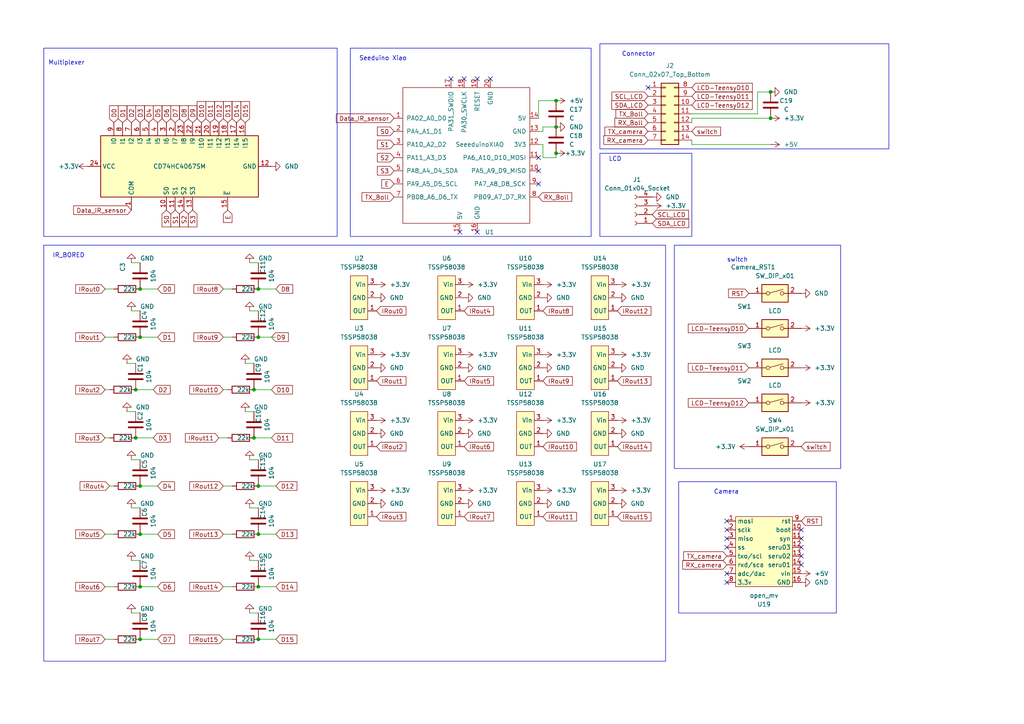
<source format=kicad_sch>
(kicad_sch (version 20230121) (generator eeschema)
  (paper "A4")
  (lib_symbols
    (symbol "74xx:CD74HC4067SM"
      (property "Reference" "U" (at -8.89 22.86 0))
      (property "Value" "CD74HC4067SM" (at 1.27 22.86 0))
      (symbol "CD74HC4067SM_1_1"
        (pin passive line (at -12.7 12.7 0) (length 3.81) (name "COM") (number "1"))
        (pin input line (at -12.7 2.54 0) (length 3.81) (name "S0") (number "10"))
        (pin input line (at -12.7 0 0) (length 3.81) (name "S1") (number "11"))
        (pin power_in line (at 0 -27.94 90) (length 3.81) (name "GND") (number "12"))
        (pin input line (at -12.7 -5.08 0) (length 3.81) (name "S3") (number "13"))
        (pin input line (at -12.7 -2.54 0) (length 3.81) (name "S2") (number "14"))
        (pin input line (at -12.7 -15.24 0) (length 3.81) (name "~{E}") (number "15"))
        (pin passive line (at 12.7 -20.32 180) (length 3.81) (name "I15") (number "16"))
        (pin passive line (at 12.7 -17.78 180) (length 3.81) (name "I14") (number "17"))
        (pin passive line (at 12.7 -15.24 180) (length 3.81) (name "I13") (number "18"))
        (pin passive line (at 12.7 -12.7 180) (length 3.81) (name "I12") (number "19"))
        (pin passive line (at 12.7 0 180) (length 3.81) (name "I7") (number "2"))
        (pin passive line (at 12.7 -10.16 180) (length 3.81) (name "I11") (number "20"))
        (pin passive line (at 12.7 -7.62 180) (length 3.81) (name "I10") (number "21"))
        (pin passive line (at 12.7 -5.08 180) (length 3.81) (name "I9") (number "22"))
        (pin passive line (at 12.7 -2.54 180) (length 3.81) (name "I8") (number "23"))
        (pin power_in line (at 0 25.4 270) (length 3.81) (name "VCC") (number "24"))
        (pin passive line (at 12.7 2.54 180) (length 3.81) (name "I6") (number "3"))
        (pin passive line (at 12.7 5.08 180) (length 3.81) (name "I5") (number "4"))
        (pin passive line (at 12.7 7.62 180) (length 3.81) (name "I4") (number "5"))
        (pin passive line (at 12.7 10.16 180) (length 3.81) (name "I3") (number "6"))
        (pin passive line (at 12.7 12.7 180) (length 3.81) (name "I2") (number "7"))
        (pin passive line (at 12.7 15.24 180) (length 3.81) (name "I1") (number "8"))
        (pin passive line (at 12.7 17.78 180) (length 3.81) (name "I0") (number "9"))
      )
    )
    (symbol "Connector:Conn_01x04_Socket" (pin_names (offset 1.016) hide)
      (property "Reference" "J" (at 0 5.08 0))
      (property "Value" "Conn_01x04_Socket" (at 0 -7.62 0))
      (symbol "Conn_01x04_Socket_1_1"
        (pin passive line (at -5.08 2.54 0) (length 3.81) (name "Pin_1") (number "1"))
        (pin passive line (at -5.08 0 0) (length 3.81) (name "Pin_2") (number "2"))
        (pin passive line (at -5.08 -2.54 0) (length 3.81) (name "Pin_3") (number "3"))
        (pin passive line (at -5.08 -5.08 0) (length 3.81) (name "Pin_4") (number "4"))
      )
    )
    (symbol "Connector_Generic:Conn_02x07_Top_Bottom" (pin_names (offset 1.016) hide)
      (property "Reference" "J" (at 1.27 10.16 0))
      (property "Value" "Conn_02x07_Top_Bottom" (at 1.27 -10.16 0))
      (symbol "Conn_02x07_Top_Bottom_1_1"
        (pin passive line (at -5.08 7.62 0) (length 3.81) (name "Pin_1") (number "1"))
        (pin passive line (at 7.62 2.54 180) (length 3.81) (name "Pin_10") (number "10"))
        (pin passive line (at 7.62 0 180) (length 3.81) (name "Pin_11") (number "11"))
        (pin passive line (at 7.62 -2.54 180) (length 3.81) (name "Pin_12") (number "12"))
        (pin passive line (at 7.62 -5.08 180) (length 3.81) (name "Pin_13") (number "13"))
        (pin passive line (at 7.62 -7.62 180) (length 3.81) (name "Pin_14") (number "14"))
        (pin passive line (at -5.08 5.08 0) (length 3.81) (name "Pin_2") (number "2"))
        (pin passive line (at -5.08 2.54 0) (length 3.81) (name "Pin_3") (number "3"))
        (pin passive line (at -5.08 0 0) (length 3.81) (name "Pin_4") (number "4"))
        (pin passive line (at -5.08 -2.54 0) (length 3.81) (name "Pin_5") (number "5"))
        (pin passive line (at -5.08 -5.08 0) (length 3.81) (name "Pin_6") (number "6"))
        (pin passive line (at -5.08 -7.62 0) (length 3.81) (name "Pin_7") (number "7"))
        (pin passive line (at 7.62 7.62 180) (length 3.81) (name "Pin_8") (number "8"))
        (pin passive line (at 7.62 5.08 180) (length 3.81) (name "Pin_9") (number "9"))
      )
    )
    (symbol "Device:C" (pin_numbers hide) (pin_names (offset 0.254))
      (property "Reference" "C" (at 0.635 2.54 0))
      (property "Value" "C" (at 0.635 -2.54 0))
      (symbol "C_1_1"
        (pin passive line (at 0 3.81 270) (length 2.794) (name "~") (number "1"))
        (pin passive line (at 0 -3.81 90) (length 2.794) (name "~") (number "2"))
      )
    )
    (symbol "Device:R" (pin_numbers hide) (pin_names (offset 0))
      (property "Reference" "R" (at 2.032 0 90))
      (property "Value" "R" (at 0 0 90))
      (symbol "R_1_1"
        (pin passive line (at 0 3.81 270) (length 1.27) (name "~") (number "1"))
        (pin passive line (at 0 -3.81 90) (length 1.27) (name "~") (number "2"))
      )
    )
    (symbol "Seeeduino XIAO:SeeeduinoXIAO" (pin_names (offset 1.016))
      (property "Reference" "U" (at -19.05 22.86 0))
      (property "Value" "SeeeduinoXIAO" (at -12.7 21.59 0))
      (symbol "SeeeduinoXIAO_1_1"
        (pin unspecified line (at -21.59 11.43 0) (length 2.54) (name "PA02_A0_D0") (number "1"))
        (pin unspecified line (at 20.32 -3.81 180) (length 2.54) (name "PA5_A9_D9_MISO") (number "10"))
        (pin unspecified line (at 20.32 0 180) (length 2.54) (name "PA6_A10_D10_MOSI") (number "11"))
        (pin unspecified line (at 20.32 3.81 180) (length 2.54) (name "3V3") (number "12"))
        (pin unspecified line (at 20.32 7.62 180) (length 2.54) (name "GND") (number "13"))
        (pin unspecified line (at 20.32 11.43 180) (length 2.54) (name "5V") (number "14"))
        (pin input line (at -2.54 -21.59 90) (length 2.54) (name "5V") (number "15"))
        (pin input line (at 2.54 -21.59 90) (length 2.54) (name "GND") (number "16"))
        (pin input line (at -5.08 22.86 270) (length 2.54) (name "PA31_SWDIO") (number "17"))
        (pin input line (at -1.27 22.86 270) (length 2.54) (name "PA30_SWCLK") (number "18"))
        (pin input line (at 2.54 22.86 270) (length 2.54) (name "RESET") (number "19"))
        (pin unspecified line (at -21.59 7.62 0) (length 2.54) (name "PA4_A1_D1") (number "2"))
        (pin input line (at 6.35 22.86 270) (length 2.54) (name "GND") (number "20"))
        (pin unspecified line (at -21.59 3.81 0) (length 2.54) (name "PA10_A2_D2") (number "3"))
        (pin unspecified line (at -21.59 0 0) (length 2.54) (name "PA11_A3_D3") (number "4"))
        (pin unspecified line (at -21.59 -3.81 0) (length 2.54) (name "PA8_A4_D4_SDA") (number "5"))
        (pin unspecified line (at -21.59 -7.62 0) (length 2.54) (name "PA9_A5_D5_SCL") (number "6"))
        (pin unspecified line (at -21.59 -11.43 0) (length 2.54) (name "PB08_A6_D6_TX") (number "7"))
        (pin unspecified line (at 20.32 -11.43 180) (length 2.54) (name "PB09_A7_D7_RX") (number "8"))
        (pin unspecified line (at 20.32 -7.62 180) (length 2.54) (name "PA7_A8_D8_SCK") (number "9"))
      )
    )
    (symbol "Switch:SW_DIP_x01" (pin_names (offset 0) hide)
      (property "Reference" "SW" (at 0 3.81 0))
      (property "Value" "SW_DIP_x01" (at 0 -3.81 0))
      (symbol "SW_DIP_x01_1_1"
        (pin passive line (at -7.62 0 0) (length 5.08) (name "~") (number "1"))
        (pin passive line (at 7.62 0 180) (length 5.08) (name "~") (number "2"))
      )
    )
    (symbol "TSSP58038_2"
      (property "Reference" "U2" (at 11.43 2.54 90))
      (property "Value" "TSSP58038" (at 8.89 2.54 90))
      (symbol "TSSP58038_2_1_1"
        (pin output line (at -3.81 -2.54 90) (length 2.54) (name "OUT") (number "1"))
        (pin input line (at 0 -2.54 90) (length 2.54) (name "GND") (number "2"))
        (pin power_in line (at 3.81 -2.54 90) (length 2.54) (name "Vin") (number "3"))
      )
    )
    (symbol "open_mv:open_mv"
      (property "Reference" "U19" (at -0.635 -25.4 0))
      (property "Value" "open_mv" (at -0.635 -22.86 0))
      (symbol "open_mv_1_0"
        (pin bidirectional line (at 10.16 -8.89 180) (length 2.54) (name "seru03") (number "12"))
      )
      (symbol "open_mv_1_1"
        (pin bidirectional line (at -11.43 -1.27 0) (length 2.54) (name "mosi") (number "1"))
        (pin bidirectional line (at 10.16 -3.81 180) (length 2.54) (name "boot") (number "10"))
        (pin bidirectional line (at 10.16 -6.35 180) (length 2.54) (name "syn") (number "11"))
        (pin bidirectional line (at 10.16 -11.43 180) (length 2.54) (name "seru02") (number "13"))
        (pin bidirectional line (at 10.16 -13.97 180) (length 2.54) (name "seru01") (number "14"))
        (pin power_out line (at 10.16 -16.51 180) (length 2.54) (name "vin") (number "15"))
        (pin bidirectional line (at 10.16 -19.05 180) (length 2.54) (name "GND") (number "16"))
        (pin bidirectional line (at -11.43 -3.81 0) (length 2.54) (name "sclk") (number "2"))
        (pin bidirectional line (at -11.43 -6.35 0) (length 2.54) (name "miso") (number "3"))
        (pin bidirectional line (at -11.43 -8.89 0) (length 2.54) (name "ss") (number "4"))
        (pin bidirectional line (at -11.43 -11.43 0) (length 2.54) (name "txo/scl") (number "5"))
        (pin bidirectional line (at -11.43 -13.97 0) (length 2.54) (name "rxd/sca") (number "6"))
        (pin bidirectional line (at -11.43 -16.51 0) (length 2.54) (name "adc/dac") (number "7"))
        (pin power_out line (at -11.43 -19.05 0) (length 2.54) (name "3.3v") (number "8"))
        (pin bidirectional line (at 10.16 -1.27 180) (length 2.54) (name "rst") (number "9"))
      )
    )
    (symbol "power:+3.3V" (power) (pin_names (offset 0))
      (property "Value" "+3.3V" (at 0 3.556 0))
      (symbol "+3.3V_1_1"
        (pin power_in line (at 0 0 90) (length 0) hide (name "+3.3V") (number "1"))
      )
    )
    (symbol "power:+5V" (power) (pin_names (offset 0))
      (property "Value" "+5V" (at 0 3.556 0))
      (symbol "+5V_1_1"
        (pin power_in line (at 0 0 90) (length 0) hide (name "+5V") (number "1"))
      )
    )
    (symbol "power:GND" (power) (pin_names (offset 0))
      (property "Value" "GND" (at 0 -3.81 0))
      (symbol "GND_1_1"
        (pin power_in line (at 0 0 270) (length 0) hide (name "GND") (number "1"))
      )
    )
  )
  (junction (at 74.93 83.82))
  (junction (at 74.93 185.42))
  (junction (at 74.93 154.94))
  (junction (at 161.29 44.45))
  (junction (at 161.29 29.21))
  (junction (at 74.93 170.18))
  (junction (at 39.37 113.03))
  (junction (at 223.52 26.67))
  (junction (at 39.37 127))
  (junction (at 223.52 34.29))
  (junction (at 40.64 170.18))
  (junction (at 40.64 140.97))
  (junction (at 73.66 127))
  (junction (at 40.64 185.42))
  (junction (at 74.93 97.79))
  (junction (at 161.29 36.83))
  (junction (at 40.64 97.79))
  (junction (at 40.64 154.94))
  (junction (at 73.66 113.03))
  (junction (at 74.93 140.97))
  (junction (at 40.64 83.82))
  (no_connect (at 232.41 161.29))
  (no_connect (at 138.43 67.31))
  (no_connect (at 142.24 22.86))
  (no_connect (at 210.82 168.91))
  (no_connect (at 156.21 53.34))
  (no_connect (at 210.82 156.21))
  (no_connect (at 138.43 22.86))
  (no_connect (at 156.21 49.53))
  (no_connect (at 232.41 156.21))
  (no_connect (at 187.96 25.4))
  (no_connect (at 210.82 153.67))
  (no_connect (at 134.62 22.86))
  (no_connect (at 210.82 166.37))
  (no_connect (at 156.21 45.72))
  (no_connect (at 232.41 153.67))
  (no_connect (at 133.35 67.31))
  (no_connect (at 210.82 151.13))
  (no_connect (at 232.41 163.83))
  (no_connect (at 232.41 158.75))
  (no_connect (at 210.82 158.75))
  (no_connect (at 130.81 22.86))
  (wire (pts (xy 30.48 113.03) (xy 31.75 113.03)))
  (wire (pts (xy 157.48 41.91) (xy 157.48 45.72)))
  (wire (pts (xy 64.77 140.97) (xy 67.31 140.97)))
  (wire (pts (xy 31.75 140.97) (xy 33.02 140.97)))
  (wire (pts (xy 74.93 170.18) (xy 80.01 170.18)))
  (wire (pts (xy 157.48 38.1) (xy 156.21 38.1)))
  (wire (pts (xy 38.1 147.32) (xy 40.64 147.32)))
  (wire (pts (xy 30.48 185.42) (xy 33.02 185.42)))
  (wire (pts (xy 156.21 41.91) (xy 157.48 41.91)))
  (wire (pts (xy 64.77 170.18) (xy 67.31 170.18)))
  (wire (pts (xy 71.12 105.41) (xy 73.66 105.41)))
  (wire (pts (xy 74.93 140.97) (xy 80.01 140.97)))
  (wire (pts (xy 64.77 154.94) (xy 67.31 154.94)))
  (wire (pts (xy 72.39 147.32) (xy 74.93 147.32)))
  (wire (pts (xy 38.1 90.17) (xy 40.64 90.17)))
  (wire (pts (xy 64.77 97.79) (xy 67.31 97.79)))
  (wire (pts (xy 30.48 154.94) (xy 33.02 154.94)))
  (wire (pts (xy 223.52 26.67) (xy 219.71 26.67)))
  (wire (pts (xy 63.5 127) (xy 66.04 127)))
  (wire (pts (xy 36.83 105.41) (xy 39.37 105.41)))
  (wire (pts (xy 74.93 97.79) (xy 80.01 97.79)))
  (wire (pts (xy 36.83 119.38) (xy 39.37 119.38)))
  (wire (pts (xy 40.64 170.18) (xy 45.72 170.18)))
  (wire (pts (xy 40.64 185.42) (xy 45.72 185.42)))
  (wire (pts (xy 40.64 83.82) (xy 45.72 83.82)))
  (wire (pts (xy 156.21 29.21) (xy 161.29 29.21)))
  (wire (pts (xy 38.1 76.2) (xy 40.64 76.2)))
  (wire (pts (xy 72.39 76.2) (xy 74.93 76.2)))
  (wire (pts (xy 39.37 127) (xy 44.45 127)))
  (wire (pts (xy 72.39 177.8) (xy 74.93 177.8)))
  (wire (pts (xy 162.56 29.21) (xy 161.29 29.21)))
  (wire (pts (xy 38.1 177.8) (xy 40.64 177.8)))
  (wire (pts (xy 30.48 83.82) (xy 33.02 83.82)))
  (wire (pts (xy 74.93 154.94) (xy 80.01 154.94)))
  (wire (pts (xy 156.21 29.21) (xy 156.21 34.29)))
  (wire (pts (xy 200.66 41.91) (xy 200.66 40.64)))
  (wire (pts (xy 38.1 162.56) (xy 40.64 162.56)))
  (wire (pts (xy 219.71 26.67) (xy 219.71 33.02)))
  (wire (pts (xy 157.48 36.83) (xy 157.48 38.1)))
  (wire (pts (xy 72.39 133.35) (xy 74.93 133.35)))
  (wire (pts (xy 219.71 33.02) (xy 200.66 33.02)))
  (wire (pts (xy 64.77 113.03) (xy 66.04 113.03)))
  (wire (pts (xy 39.37 113.03) (xy 44.45 113.03)))
  (wire (pts (xy 73.66 113.03) (xy 78.74 113.03)))
  (wire (pts (xy 74.93 83.82) (xy 80.01 83.82)))
  (wire (pts (xy 161.29 36.83) (xy 157.48 36.83)))
  (wire (pts (xy 40.64 97.79) (xy 45.72 97.79)))
  (wire (pts (xy 38.1 133.35) (xy 40.64 133.35)))
  (wire (pts (xy 30.48 127) (xy 31.75 127)))
  (wire (pts (xy 64.77 185.42) (xy 67.31 185.42)))
  (wire (pts (xy 73.66 127) (xy 78.74 127)))
  (wire (pts (xy 71.12 119.38) (xy 73.66 119.38)))
  (wire (pts (xy 223.52 34.29) (xy 200.66 34.29)))
  (wire (pts (xy 64.77 83.82) (xy 67.31 83.82)))
  (wire (pts (xy 200.66 34.29) (xy 200.66 35.56)))
  (wire (pts (xy 223.52 41.91) (xy 200.66 41.91)))
  (wire (pts (xy 40.64 154.94) (xy 45.72 154.94)))
  (wire (pts (xy 161.29 45.72) (xy 161.29 44.45)))
  (wire (pts (xy 157.48 45.72) (xy 161.29 45.72)))
  (wire (pts (xy 40.64 140.97) (xy 45.72 140.97)))
  (wire (pts (xy 72.39 162.56) (xy 74.93 162.56)))
  (wire (pts (xy 72.39 90.17) (xy 74.93 90.17)))
  (wire (pts (xy 30.48 97.79) (xy 33.02 97.79)))
  (wire (pts (xy 30.48 170.18) (xy 33.02 170.18)))
  (wire (pts (xy 74.93 185.42) (xy 80.01 185.42)))
  (rectangle (start 195.58 71.12) (end 243.84 135.89))
  (rectangle (start 173.99 12.7) (end 257.81 43.18))
  (rectangle (start 12.7 71.12) (end 193.04 191.77))
  (rectangle (start 12.7 13.97) (end 97.79 68.58))
  (rectangle (start 101.6 13.97) (end 171.45 68.58))
  (rectangle (start 196.85 139.7) (end 242.57 177.8))
  (rectangle (start 173.99 44.45) (end 200.66 68.58))
  (text "LCD\n" (at 176.53 46.99 0) (effects (font (size 1.27 1.27)) (justify left bottom)))
  (text "switch\n" (at 210.82 76.2 0) (effects (font (size 1.27 1.27)) (justify left bottom)))
  (text "Multiplexer\n" (at 13.97 19.05 0) (effects (font (size 1.27 1.27)) (justify left bottom)))
  (text "Camera" (at 207.01 143.51 0) (effects (font (size 1.27 1.27)) (justify left bottom)))
  (text "IR_BORED\n" (at 15.24 74.93 0) (effects (font (size 1.27 1.27)) (justify left bottom)))
  (text "Connector\n" (at 180.34 16.51 0) (effects (font (size 1.27 1.27)) (justify left bottom)))
  (text "Seeduino Xiao" (at 104.14 17.78 0) (effects (font (size 1.27 1.27)) (justify left bottom)))
  (global_label "D2" (shape input) (at 38.1 35.56 90) (property "Intersheetrefs" "${INTERSHEET_REFS}" (effects hide)))
  (global_label "RX_Boll" (shape input) (at 187.96 35.56 180) (property "Intersheetrefs" "${INTERSHEET_REFS}" (effects hide)))
  (global_label "D9" (shape input) (at 55.88 35.56 90) (property "Intersheetrefs" "${INTERSHEET_REFS}" (effects hide)))
  (global_label "TX_camera" (shape input) (at 187.96 38.1 180) (property "Intersheetrefs" "${INTERSHEET_REFS}" (effects hide)))
  (global_label "S0" (shape input) (at 114.3 38.1 180) (property "Intersheetrefs" "${INTERSHEET_REFS}" (effects hide)))
  (global_label "D1" (shape input) (at 35.56 35.56 90) (property "Intersheetrefs" "${INTERSHEET_REFS}" (effects hide)))
  (global_label "IRout12" (shape input) (at 179.07 90.17 0) (property "Intersheetrefs" "${INTERSHEET_REFS}" (effects hide)))
  (global_label "IRout9" (shape input) (at 157.48 110.49 0) (property "Intersheetrefs" "${INTERSHEET_REFS}" (effects hide)))
  (global_label "E" (shape input) (at 66.04 60.96 270) (property "Intersheetrefs" "${INTERSHEET_REFS}" (effects hide)))
  (global_label "SCL_LCD" (shape input) (at 189.23 62.23 0) (property "Intersheetrefs" "${INTERSHEET_REFS}" (effects hide)))
  (global_label "D12" (shape input) (at 63.5 35.56 90) (property "Intersheetrefs" "${INTERSHEET_REFS}" (effects hide)))
  (global_label "RST" (shape input) (at 232.41 151.13 0) (property "Intersheetrefs" "${INTERSHEET_REFS}" (effects hide)))
  (global_label "IRout9" (shape input) (at 64.77 97.79 180) (property "Intersheetrefs" "${INTERSHEET_REFS}" (effects hide)))
  (global_label "D12" (shape input) (at 80.01 140.97 0) (property "Intersheetrefs" "${INTERSHEET_REFS}" (effects hide)))
  (global_label "D10" (shape input) (at 58.42 35.56 90) (property "Intersheetrefs" "${INTERSHEET_REFS}" (effects hide)))
  (global_label "D13" (shape input) (at 80.01 154.94 0) (property "Intersheetrefs" "${INTERSHEET_REFS}" (effects hide)))
  (global_label "IRout10" (shape input) (at 157.48 129.54 0) (property "Intersheetrefs" "${INTERSHEET_REFS}" (effects hide)))
  (global_label "E" (shape input) (at 114.3 53.34 180) (property "Intersheetrefs" "${INTERSHEET_REFS}" (effects hide)))
  (global_label "D0" (shape input) (at 33.02 35.56 90) (property "Intersheetrefs" "${INTERSHEET_REFS}" (effects hide)))
  (global_label "IRout4" (shape input) (at 134.62 90.17 0) (property "Intersheetrefs" "${INTERSHEET_REFS}" (effects hide)))
  (global_label "SCL_LCD" (shape input) (at 187.96 27.94 180) (property "Intersheetrefs" "${INTERSHEET_REFS}" (effects hide)))
  (global_label "D8" (shape input) (at 80.01 83.82 0) (property "Intersheetrefs" "${INTERSHEET_REFS}" (effects hide)))
  (global_label "IRout13" (shape input) (at 179.07 110.49 0) (property "Intersheetrefs" "${INTERSHEET_REFS}" (effects hide)))
  (global_label "S3" (shape input) (at 114.3 49.53 180) (property "Intersheetrefs" "${INTERSHEET_REFS}" (effects hide)))
  (global_label "D5" (shape input) (at 45.72 154.94 0) (property "Intersheetrefs" "${INTERSHEET_REFS}" (effects hide)))
  (global_label "LCD-TeensyD10" (shape input) (at 217.17 95.25 180) (property "Intersheetrefs" "${INTERSHEET_REFS}" (effects hide)))
  (global_label "D6" (shape input) (at 45.72 170.18 0) (property "Intersheetrefs" "${INTERSHEET_REFS}" (effects hide)))
  (global_label "D1" (shape input) (at 45.72 97.79 0) (property "Intersheetrefs" "${INTERSHEET_REFS}" (effects hide)))
  (global_label "SDA_LCD" (shape input) (at 189.23 64.77 0) (property "Intersheetrefs" "${INTERSHEET_REFS}" (effects hide)))
  (global_label "IRout6" (shape input) (at 30.48 170.18 180) (property "Intersheetrefs" "${INTERSHEET_REFS}" (effects hide)))
  (global_label "Data_IR_sensor" (shape input) (at 114.3 34.29 180) (property "Intersheetrefs" "${INTERSHEET_REFS}" (effects hide)))
  (global_label "D4" (shape input) (at 45.72 140.97 0) (property "Intersheetrefs" "${INTERSHEET_REFS}" (effects hide)))
  (global_label "S2" (shape input) (at 114.3 45.72 180) (property "Intersheetrefs" "${INTERSHEET_REFS}" (effects hide)))
  (global_label "IRout2" (shape input) (at 30.48 113.03 180) (property "Intersheetrefs" "${INTERSHEET_REFS}" (effects hide)))
  (global_label "IRout8" (shape input) (at 157.48 90.17 0) (property "Intersheetrefs" "${INTERSHEET_REFS}" (effects hide)))
  (global_label "IRout4" (shape input) (at 31.75 140.97 180) (property "Intersheetrefs" "${INTERSHEET_REFS}" (effects hide)))
  (global_label "IRout15" (shape input) (at 179.07 149.86 0) (property "Intersheetrefs" "${INTERSHEET_REFS}" (effects hide)))
  (global_label "D14" (shape input) (at 80.01 170.18 0) (property "Intersheetrefs" "${INTERSHEET_REFS}" (effects hide)))
  (global_label "S1" (shape input) (at 50.8 60.96 270) (property "Intersheetrefs" "${INTERSHEET_REFS}" (effects hide)))
  (global_label "switch" (shape input) (at 232.41 129.54 0) (property "Intersheetrefs" "${INTERSHEET_REFS}" (effects hide)))
  (global_label "D10" (shape input) (at 78.74 113.03 0) (property "Intersheetrefs" "${INTERSHEET_REFS}" (effects hide)))
  (global_label "IRout7" (shape input) (at 134.62 149.86 0) (property "Intersheetrefs" "${INTERSHEET_REFS}" (effects hide)))
  (global_label "IRout7" (shape input) (at 30.48 185.42 180) (property "Intersheetrefs" "${INTERSHEET_REFS}" (effects hide)))
  (global_label "D13" (shape input) (at 66.04 35.56 90) (property "Intersheetrefs" "${INTERSHEET_REFS}" (effects hide)))
  (global_label "IRout3" (shape input) (at 30.48 127 180) (property "Intersheetrefs" "${INTERSHEET_REFS}" (effects hide)))
  (global_label "IRout8" (shape input) (at 64.77 83.82 180) (property "Intersheetrefs" "${INTERSHEET_REFS}" (effects hide)))
  (global_label "IRout1" (shape input) (at 109.22 110.49 0) (property "Intersheetrefs" "${INTERSHEET_REFS}" (effects hide)))
  (global_label "RX_camera" (shape input) (at 210.82 163.83 180) (property "Intersheetrefs" "${INTERSHEET_REFS}" (effects hide)))
  (global_label "TX_Boll" (shape input) (at 187.96 33.02 180) (property "Intersheetrefs" "${INTERSHEET_REFS}" (effects hide)))
  (global_label "S3" (shape input) (at 55.88 60.96 270) (property "Intersheetrefs" "${INTERSHEET_REFS}" (effects hide)))
  (global_label "D7" (shape input) (at 50.8 35.56 90) (property "Intersheetrefs" "${INTERSHEET_REFS}" (effects hide)))
  (global_label "IRout2" (shape input) (at 109.22 129.54 0) (property "Intersheetrefs" "${INTERSHEET_REFS}" (effects hide)))
  (global_label "Data_IR_sensor" (shape input) (at 38.1 60.96 180) (property "Intersheetrefs" "${INTERSHEET_REFS}" (effects hide)))
  (global_label "D11" (shape input) (at 78.74 127 0) (property "Intersheetrefs" "${INTERSHEET_REFS}" (effects hide)))
  (global_label "D15" (shape input) (at 71.12 35.56 90) (property "Intersheetrefs" "${INTERSHEET_REFS}" (effects hide)))
  (global_label "D3" (shape input) (at 40.64 35.56 90) (property "Intersheetrefs" "${INTERSHEET_REFS}" (effects hide)))
  (global_label "IRout14" (shape input) (at 179.07 129.54 0) (property "Intersheetrefs" "${INTERSHEET_REFS}" (effects hide)))
  (global_label "LCD-TeensyD11" (shape input) (at 217.17 106.68 180) (property "Intersheetrefs" "${INTERSHEET_REFS}" (effects hide)))
  (global_label "D11" (shape input) (at 60.96 35.56 90) (property "Intersheetrefs" "${INTERSHEET_REFS}" (effects hide)))
  (global_label "switch" (shape input) (at 200.66 38.1 0) (property "Intersheetrefs" "${INTERSHEET_REFS}" (effects hide)))
  (global_label "IRout5" (shape input) (at 30.48 154.94 180) (property "Intersheetrefs" "${INTERSHEET_REFS}" (effects hide)))
  (global_label "D5" (shape input) (at 45.72 35.56 90) (property "Intersheetrefs" "${INTERSHEET_REFS}" (effects hide)))
  (global_label "LCD-TeensyD12" (shape input) (at 200.66 30.48 0) (property "Intersheetrefs" "${INTERSHEET_REFS}" (effects hide)))
  (global_label "D3" (shape input) (at 44.45 127 0) (property "Intersheetrefs" "${INTERSHEET_REFS}" (effects hide)))
  (global_label "RX_camera" (shape input) (at 187.96 40.64 180) (property "Intersheetrefs" "${INTERSHEET_REFS}" (effects hide)))
  (global_label "IRout6" (shape input) (at 134.62 129.54 0) (property "Intersheetrefs" "${INTERSHEET_REFS}" (effects hide)))
  (global_label "IRout3" (shape input) (at 109.22 149.86 0) (property "Intersheetrefs" "${INTERSHEET_REFS}" (effects hide)))
  (global_label "D4" (shape input) (at 43.18 35.56 90) (property "Intersheetrefs" "${INTERSHEET_REFS}" (effects hide)))
  (global_label "IRout0" (shape input) (at 109.22 90.17 0) (property "Intersheetrefs" "${INTERSHEET_REFS}" (effects hide)))
  (global_label "IRout0" (shape input) (at 30.48 83.82 180) (property "Intersheetrefs" "${INTERSHEET_REFS}" (effects hide)))
  (global_label "S2" (shape input) (at 53.34 60.96 270) (property "Intersheetrefs" "${INTERSHEET_REFS}" (effects hide)))
  (global_label "IRout12" (shape input) (at 64.77 140.97 180) (property "Intersheetrefs" "${INTERSHEET_REFS}" (effects hide)))
  (global_label "SDA_LCD" (shape input) (at 187.96 30.48 180) (property "Intersheetrefs" "${INTERSHEET_REFS}" (effects hide)))
  (global_label "D7" (shape input) (at 45.72 185.42 0) (property "Intersheetrefs" "${INTERSHEET_REFS}" (effects hide)))
  (global_label "IRout13" (shape input) (at 64.77 154.94 180) (property "Intersheetrefs" "${INTERSHEET_REFS}" (effects hide)))
  (global_label "D9" (shape input) (at 78.74 97.79 0) (property "Intersheetrefs" "${INTERSHEET_REFS}" (effects hide)))
  (global_label "IRout10" (shape input) (at 64.77 113.03 180) (property "Intersheetrefs" "${INTERSHEET_REFS}" (effects hide)))
  (global_label "D14" (shape input) (at 68.58 35.56 90) (property "Intersheetrefs" "${INTERSHEET_REFS}" (effects hide)))
  (global_label "IRout1" (shape input) (at 30.48 97.79 180) (property "Intersheetrefs" "${INTERSHEET_REFS}" (effects hide)))
  (global_label "LCD-TeensyD12" (shape input) (at 217.17 116.84 180) (property "Intersheetrefs" "${INTERSHEET_REFS}" (effects hide)))
  (global_label "IRout15" (shape input) (at 64.77 185.42 180) (property "Intersheetrefs" "${INTERSHEET_REFS}" (effects hide)))
  (global_label "S1" (shape input) (at 114.3 41.91 180) (property "Intersheetrefs" "${INTERSHEET_REFS}" (effects hide)))
  (global_label "IRout14" (shape input) (at 64.77 170.18 180) (property "Intersheetrefs" "${INTERSHEET_REFS}" (effects hide)))
  (global_label "D8" (shape input) (at 53.34 35.56 90) (property "Intersheetrefs" "${INTERSHEET_REFS}" (effects hide)))
  (global_label "D2" (shape input) (at 44.45 113.03 0) (property "Intersheetrefs" "${INTERSHEET_REFS}" (effects hide)))
  (global_label "IRout5" (shape input) (at 134.62 110.49 0) (property "Intersheetrefs" "${INTERSHEET_REFS}" (effects hide)))
  (global_label "RST" (shape input) (at 217.17 85.09 180) (property "Intersheetrefs" "${INTERSHEET_REFS}" (effects hide)))
  (global_label "TX_Boll" (shape input) (at 114.3 57.15 180) (property "Intersheetrefs" "${INTERSHEET_REFS}" (effects hide)))
  (global_label "LCD-TeensyD10" (shape input) (at 200.66 25.4 0) (property "Intersheetrefs" "${INTERSHEET_REFS}" (effects hide)))
  (global_label "D0" (shape input) (at 45.72 83.82 0) (property "Intersheetrefs" "${INTERSHEET_REFS}" (effects hide)))
  (global_label "LCD-TeensyD11" (shape input) (at 200.66 27.94 0) (property "Intersheetrefs" "${INTERSHEET_REFS}" (effects hide)))
  (global_label "S0" (shape input) (at 48.26 60.96 270) (property "Intersheetrefs" "${INTERSHEET_REFS}" (effects hide)))
  (global_label "D15" (shape input) (at 80.01 185.42 0) (property "Intersheetrefs" "${INTERSHEET_REFS}" (effects hide)))
  (global_label "D6" (shape input) (at 48.26 35.56 90) (property "Intersheetrefs" "${INTERSHEET_REFS}" (effects hide)))
  (global_label "IRout11" (shape input) (at 63.5 127 180) (property "Intersheetrefs" "${INTERSHEET_REFS}" (effects hide)))
  (global_label "RX_Boll" (shape input) (at 156.21 57.15 0) (property "Intersheetrefs" "${INTERSHEET_REFS}" (effects hide)))
  (global_label "TX_camera" (shape input) (at 210.82 161.29 180) (property "Intersheetrefs" "${INTERSHEET_REFS}" (effects hide)))
  (global_label "IRout11" (shape input) (at 157.48 149.86 0) (property "Intersheetrefs" "${INTERSHEET_REFS}" (effects hide)))
  (symbol (lib_id "power:GND") (at 189.23 57.15 90) (unit 1)
    (property "Reference" "#PWR054" (effects hide))
    (property "Value" "GND" (at 193.04 57.15 90) (effects (justify right)))
  )
  (symbol (lib_id "Device:R") (at 36.83 97.79 270) (unit 1)
    (property "Reference" "R4" (effects hide))
    (property "Value" "22k" (at 39.37 97.79 90) (effects (justify right)))
    (property "Footprint" "Resistor_THT:R_Axial_DIN0204_L3.6mm_D1.6mm_P5.08mm_Vertical" (effects hide))
  )
  (symbol (lib_id "power:+3.3V") (at 232.41 106.68 270) (unit 1)
    (property "Reference" "#PWR061" (effects hide))
    (property "Value" "+3.3V" (at 236.22 106.68 90) (effects (justify left)))
  )
  (symbol (lib_id "Device:R") (at 71.12 185.42 270) (unit 1)
    (property "Reference" "R16" (effects hide))
    (property "Value" "22k" (at 73.66 185.42 90) (effects (justify right)))
    (property "Footprint" "Resistor_THT:R_Axial_DIN0204_L3.6mm_D1.6mm_P5.08mm_Vertical" (effects hide))
  )
  (symbol (lib_name "TSSP58038_2") (lib_id "ir_sensor:TSSP58038") (at 106.68 146.05 90) (unit 1)
    (property "Reference" "U5" (at 104.14 134.62 90))
    (property "Value" "TSSP58038" (at 104.14 137.16 90))
    (property "Footprint" "Connector_PinHeader_2.54mm:PinHeader_1x03_P2.54mm_Vertical" (effects hide))
  )
  (symbol (lib_id "power:GND") (at 72.39 177.8 180) (unit 1)
    (property "Reference" "#PWR044" (effects hide))
    (property "Value" "GND" (at 74.93 176.53 0) (effects (justify right)))
  )
  (symbol (lib_id "power:GND") (at 232.41 85.09 90) (unit 1)
    (property "Reference" "#PWR058" (effects hide))
    (property "Value" "GND" (at 236.22 85.09 90) (effects (justify right)))
  )
  (symbol (lib_id "power:GND") (at 232.41 168.91 90) (unit 1)
    (property "Reference" "#PWR056" (effects hide))
    (property "Value" "GND" (at 236.22 168.91 90) (effects (justify right)))
  )
  (symbol (lib_id "power:+3.3V") (at 217.17 129.54 90) (unit 1)
    (property "Reference" "#PWR064" (effects hide))
    (property "Value" "+3.3V" (at 213.36 129.54 90) (effects (justify left)))
  )
  (symbol (lib_id "Device:C") (at 39.37 123.19 180) (unit 1)
    (property "Reference" "C2" (at 40.64 120.65 90))
    (property "Value" "104" (at 43.18 123.19 90))
    (property "Footprint" "Capacitor_THT:C_Disc_D5.0mm_W2.5mm_P2.50mm" (effects hide))
  )
  (symbol (lib_id "power:+3.3V") (at 134.62 121.92 270) (unit 1)
    (property "Reference" "#PWR023" (effects hide))
    (property "Value" "+3.3V" (at 138.43 121.92 90) (effects (justify left)))
  )
  (symbol (lib_id "power:+3.3V") (at 157.48 142.24 270) (unit 1)
    (property "Reference" "#PWR035" (effects hide))
    (property "Value" "+3.3V" (at 161.29 142.24 90) (effects (justify left)))
  )
  (symbol (lib_id "power:GND") (at 36.83 105.41 180) (unit 1)
    (property "Reference" "#PWR03" (effects hide))
    (property "Value" "GND" (at 39.37 104.14 0) (effects (justify right)))
  )
  (symbol (lib_id "power:+5V") (at 232.41 166.37 270) (unit 1)
    (property "Reference" "#PWR057" (effects hide))
    (property "Value" "+5V" (at 236.22 166.37 90) (effects (justify left)))
  )
  (symbol (lib_id "power:GND") (at 179.07 146.05 90) (unit 1)
    (property "Reference" "#PWR052" (effects hide))
    (property "Value" "GND" (at 182.88 146.05 90) (effects (justify right)))
  )
  (symbol (lib_name "TSSP58038_2") (lib_id "ir_sensor:TSSP58038") (at 176.53 86.36 90) (unit 1)
    (property "Reference" "U14" (at 173.99 74.93 90))
    (property "Value" "TSSP58038" (at 173.99 77.47 90))
    (property "Footprint" "Connector_PinHeader_2.54mm:PinHeader_1x03_P2.54mm_Vertical" (effects hide))
  )
  (symbol (lib_id "Device:C") (at 39.37 109.22 180) (unit 1)
    (property "Reference" "C1" (at 40.64 106.68 90))
    (property "Value" "104" (at 43.18 109.22 90))
    (property "Footprint" "Capacitor_THT:C_Disc_D5.0mm_W2.5mm_P2.50mm" (effects hide))
  )
  (symbol (lib_id "power:GND") (at 223.52 26.67 90) (unit 1)
    (property "Reference" "#PWR062" (effects hide))
    (property "Value" "GND" (at 227.33 26.67 90) (effects (justify right)))
  )
  (symbol (lib_id "power:+3.3V") (at 179.07 121.92 270) (unit 1)
    (property "Reference" "#PWR049" (effects hide))
    (property "Value" "+3.3V" (at 182.88 121.92 90) (effects (justify left)))
  )
  (symbol (lib_id "Device:C") (at 74.93 151.13 180) (unit 1)
    (property "Reference" "C14" (at 76.2 148.59 90))
    (property "Value" "104" (at 78.74 151.13 90))
    (property "Footprint" "Capacitor_THT:C_Disc_D5.0mm_W2.5mm_P2.50mm" (effects hide))
  )
  (symbol (lib_id "Switch:SW_DIP_x01") (at 224.79 95.25 0) (unit 1)
    (property "Reference" "SW1" (at 215.9 88.9 0))
    (property "Value" "LCD" (at 224.79 90.17 0))
    (property "Footprint" "Button_Switch_THT:SW_PUSH_6mm_H5mm" (effects hide))
  )
  (symbol (lib_id "Device:R") (at 71.12 154.94 270) (unit 1)
    (property "Reference" "R14" (effects hide))
    (property "Value" "22k" (at 73.66 154.94 90) (effects (justify right)))
    (property "Footprint" "Resistor_THT:R_Axial_DIN0204_L3.6mm_D1.6mm_P5.08mm_Vertical" (effects hide))
  )
  (symbol (lib_id "power:GND") (at 179.07 125.73 90) (unit 1)
    (property "Reference" "#PWR050" (effects hide))
    (property "Value" "GND" (at 182.88 125.73 90) (effects (justify right)))
  )
  (symbol (lib_id "power:+3.3V") (at 25.4 48.26 90) (unit 1)
    (property "Reference" "#PWR028" (effects hide))
    (property "Value" "+3.3V" (at 22.86 48.26 90) (effects (justify left)))
  )
  (symbol (lib_id "Device:R") (at 36.83 170.18 270) (unit 1)
    (property "Reference" "R7" (effects hide))
    (property "Value" "22k" (at 39.37 170.18 90) (effects (justify right)))
    (property "Footprint" "Resistor_THT:R_Axial_DIN0204_L3.6mm_D1.6mm_P5.08mm_Vertical" (effects hide))
  )
  (symbol (lib_id "power:+3.3V") (at 157.48 102.87 270) (unit 1)
    (property "Reference" "#PWR031" (effects hide))
    (property "Value" "+3.3V" (at 161.29 102.87 90) (effects (justify left)))
  )
  (symbol (lib_name "TSSP58038_2") (lib_id "ir_sensor:TSSP58038") (at 132.08 106.68 90) (unit 1)
    (property "Reference" "U7" (at 129.54 95.25 90))
    (property "Value" "TSSP58038" (at 129.54 97.79 90))
    (property "Footprint" "Connector_PinHeader_2.54mm:PinHeader_1x03_P2.54mm_Vertical" (effects hide))
  )
  (symbol (lib_id "power:GND") (at 72.39 147.32 180) (unit 1)
    (property "Reference" "#PWR042" (effects hide))
    (property "Value" "GND" (at 74.93 146.05 0) (effects (justify right)))
  )
  (symbol (lib_id "Device:C") (at 161.29 33.02 0) (unit 1)
    (property "Reference" "C17" (at 165.1 31.75 0) (effects (justify left)))
    (property "Value" "C" (at 165.1 34.29 0) (effects (justify left)))
    (property "Footprint" "Capacitor_THT:C_Disc_D5.0mm_W2.5mm_P2.50mm" (effects hide))
  )
  (symbol (lib_id "power:+3.3V") (at 157.48 121.92 270) (unit 1)
    (property "Reference" "#PWR033" (effects hide))
    (property "Value" "+3.3V" (at 161.29 121.92 90) (effects (justify left)))
  )
  (symbol (lib_id "Device:C") (at 40.64 166.37 180) (unit 1)
    (property "Reference" "C7" (at 41.91 163.83 90))
    (property "Value" "104" (at 44.45 166.37 90))
    (property "Footprint" "Capacitor_THT:C_Disc_D5.0mm_W2.5mm_P2.50mm" (effects hide))
  )
  (symbol (lib_id "Device:C") (at 40.64 137.16 180) (unit 1)
    (property "Reference" "C5" (at 41.91 134.62 90))
    (property "Value" "104" (at 44.45 137.16 90))
    (property "Footprint" "Capacitor_THT:C_Disc_D5.0mm_W2.5mm_P2.50mm" (effects hide))
  )
  (symbol (lib_id "power:GND") (at 179.07 86.36 90) (unit 1)
    (property "Reference" "#PWR046" (effects hide))
    (property "Value" "GND" (at 182.88 86.36 90) (effects (justify right)))
  )
  (symbol (lib_id "Device:C") (at 223.52 30.48 0) (unit 1)
    (property "Reference" "C19" (at 226.06 29.21 0) (effects (justify left)))
    (property "Value" "C" (at 227.33 31.75 0) (effects (justify left)))
    (property "Footprint" "Capacitor_THT:C_Disc_D5.0mm_W2.5mm_P2.50mm" (effects hide))
  )
  (symbol (lib_id "Device:R") (at 69.85 113.03 270) (unit 1)
    (property "Reference" "R9" (effects hide))
    (property "Value" "22k" (at 72.39 113.03 90) (effects (justify right)))
    (property "Footprint" "Resistor_THT:R_Axial_DIN0204_L3.6mm_D1.6mm_P5.08mm_Vertical" (effects hide))
  )
  (symbol (lib_id "Device:R") (at 69.85 127 270) (unit 1)
    (property "Reference" "R10" (effects hide))
    (property "Value" "22k" (at 72.39 127 90) (effects (justify right)))
    (property "Footprint" "Resistor_THT:R_Axial_DIN0204_L3.6mm_D1.6mm_P5.08mm_Vertical" (effects hide))
  )
  (symbol (lib_id "power:+3.3V") (at 179.07 102.87 270) (unit 1)
    (property "Reference" "#PWR047" (effects hide))
    (property "Value" "+3.3V" (at 182.88 102.87 90) (effects (justify left)))
  )
  (symbol (lib_id "power:+3.3V") (at 179.07 142.24 270) (unit 1)
    (property "Reference" "#PWR051" (effects hide))
    (property "Value" "+3.3V" (at 182.88 142.24 90) (effects (justify left)))
  )
  (symbol (lib_id "power:+3.3V") (at 134.62 102.87 270) (unit 1)
    (property "Reference" "#PWR021" (effects hide))
    (property "Value" "+3.3V" (at 138.43 102.87 90) (effects (justify left)))
  )
  (symbol (lib_id "Device:C") (at 73.66 123.19 180) (unit 1)
    (property "Reference" "C10" (at 74.93 120.65 90))
    (property "Value" "104" (at 77.47 123.19 90))
    (property "Footprint" "Capacitor_THT:C_Disc_D5.0mm_W2.5mm_P2.50mm" (effects hide))
  )
  (symbol (lib_id "74xx:CD74HC4067SM") (at 50.8 48.26 90) (unit 1)
    (property "Reference" "U18" (effects hide))
    (property "Value" "CD74HC4067SM" (at 52.07 48.26 90))
    (property "Footprint" "Package_SO:SSOP-24_5.3x8.2mm_P0.65mm" (effects hide))
    (property "Datasheet" "http://www.ti.com/lit/ds/symlink/cd74hc4067.pdf" (effects hide))
  )
  (symbol (lib_id "Device:R") (at 36.83 140.97 270) (unit 1)
    (property "Reference" "R5" (effects hide))
    (property "Value" "22k" (at 39.37 140.97 90) (effects (justify right)))
    (property "Footprint" "Resistor_THT:R_Axial_DIN0204_L3.6mm_D1.6mm_P5.08mm_Vertical" (effects hide))
  )
  (symbol (lib_id "Device:C") (at 74.93 80.01 180) (unit 1)
    (property "Reference" "C11" (at 76.2 77.47 90))
    (property "Value" "104" (at 78.74 80.01 90))
    (property "Footprint" "Capacitor_THT:C_Disc_D5.0mm_W2.5mm_P2.50mm" (effects hide))
  )
  (symbol (lib_id "power:GND") (at 109.22 106.68 90) (unit 1)
    (property "Reference" "#PWR014" (effects hide))
    (property "Value" "GND" (at 113.03 106.68 90) (effects (justify right)))
  )
  (symbol (lib_id "power:GND") (at 157.48 125.73 90) (unit 1)
    (property "Reference" "#PWR034" (effects hide))
    (property "Value" "GND" (at 161.29 125.73 90) (effects (justify right)))
  )
  (symbol (lib_name "TSSP58038_2") (lib_id "ir_sensor:TSSP58038") (at 106.68 106.68 90) (unit 1)
    (property "Reference" "U3" (at 104.14 95.25 90))
    (property "Value" "TSSP58038" (at 104.14 97.79 90))
    (property "Footprint" "Connector_PinHeader_2.54mm:PinHeader_1x03_P2.54mm_Vertical" (effects hide))
  )
  (symbol (lib_id "Device:R") (at 71.12 140.97 270) (unit 1)
    (property "Reference" "R13" (effects hide))
    (property "Value" "22k" (at 73.66 140.97 90) (effects (justify right)))
    (property "Footprint" "Resistor_THT:R_Axial_DIN0204_L3.6mm_D1.6mm_P5.08mm_Vertical" (effects hide))
  )
  (symbol (lib_name "TSSP58038_2") (lib_id "ir_sensor:TSSP58038") (at 154.94 106.68 90) (unit 1)
    (property "Reference" "U11" (at 152.4 95.25 90))
    (property "Value" "TSSP58038" (at 152.4 97.79 90))
    (property "Footprint" "Connector_PinHeader_2.54mm:PinHeader_1x03_P2.54mm_Vertical" (effects hide))
  )
  (symbol (lib_id "Connector_Generic:Conn_02x07_Top_Bottom") (at 193.04 33.02 0) (unit 1)
    (property "Reference" "J2" (at 194.31 19.05 0))
    (property "Value" "Conn_02x07_Top_Bottom" (at 194.31 21.59 0))
    (property "Footprint" "Connector_IDC:IDC-Header_2x07_P2.54mm_Vertical" (effects hide))
  )
  (symbol (lib_id "power:GND") (at 38.1 133.35 180) (unit 1)
    (property "Reference" "#PWR07" (effects hide))
    (property "Value" "GND" (at 40.64 132.08 0) (effects (justify right)))
  )
  (symbol (lib_id "Switch:SW_DIP_x01") (at 224.79 85.09 0) (unit 1)
    (property "Reference" "Camera_RST1" (at 218.44 77.47 0))
    (property "Value" "SW_DIP_x01" (at 224.79 80.01 0))
    (property "Footprint" "Button_Switch_THT:SW_PUSH_6mm_H5mm" (effects hide))
  )
  (symbol (lib_id "Device:C") (at 40.64 181.61 180) (unit 1)
    (property "Reference" "C8" (at 41.91 179.07 90))
    (property "Value" "104" (at 44.45 181.61 90))
    (property "Footprint" "Capacitor_THT:C_Disc_D5.0mm_W2.5mm_P2.50mm" (effects hide))
  )
  (symbol (lib_id "power:GND") (at 134.62 86.36 90) (unit 1)
    (property "Reference" "#PWR020" (effects hide))
    (property "Value" "GND" (at 138.43 86.36 90) (effects (justify right)))
  )
  (symbol (lib_id "power:+3.3V") (at 189.23 59.69 270) (unit 1)
    (property "Reference" "#PWR055" (effects hide))
    (property "Value" "+3.3V" (at 193.04 59.69 90) (effects (justify left)))
  )
  (symbol (lib_name "TSSP58038_2") (lib_id "ir_sensor:TSSP58038") (at 176.53 146.05 90) (unit 1)
    (property "Reference" "U17" (at 173.99 134.62 90))
    (property "Value" "TSSP58038" (at 173.99 137.16 90))
    (property "Footprint" "Connector_PinHeader_2.54mm:PinHeader_1x03_P2.54mm_Vertical" (effects hide))
  )
  (symbol (lib_id "Seeeduino XIAO:SeeeduinoXIAO") (at 135.89 45.72 0) (unit 1)
    (property "Reference" "U1" (at 140.6241 67.31 0) (effects (justify left)))
    (property "Value" "SeeeduinoXIAO" (at 132.08 41.91 0) (effects (justify left)))
    (property "Footprint" "Seeeduino_Xiao:seeeduinoXIAO" (effects hide))
  )
  (symbol (lib_id "Device:R") (at 36.83 83.82 270) (unit 1)
    (property "Reference" "R3" (effects hide))
    (property "Value" "22k" (at 39.37 83.82 90) (effects (justify right)))
    (property "Footprint" "Resistor_THT:R_Axial_DIN0204_L3.6mm_D1.6mm_P5.08mm_Vertical" (effects hide))
  )
  (symbol (lib_id "power:GND") (at 71.12 119.38 180) (unit 1)
    (property "Reference" "#PWR038" (effects hide))
    (property "Value" "GND" (at 73.66 118.11 0) (effects (justify right)))
  )
  (symbol (lib_id "power:GND") (at 38.1 162.56 180) (unit 1)
    (property "Reference" "#PWR09" (effects hide))
    (property "Value" "GND" (at 40.64 161.29 0) (effects (justify right)))
  )
  (symbol (lib_id "Device:C") (at 74.93 93.98 180) (unit 1)
    (property "Reference" "C12" (at 76.2 91.44 90))
    (property "Value" "104" (at 78.74 93.98 90))
    (property "Footprint" "Capacitor_THT:C_Disc_D5.0mm_W2.5mm_P2.50mm" (effects hide))
  )
  (symbol (lib_id "power:GND") (at 72.39 162.56 180) (unit 1)
    (property "Reference" "#PWR043" (effects hide))
    (property "Value" "GND" (at 74.93 161.29 0) (effects (justify right)))
  )
  (symbol (lib_id "power:GND") (at 134.62 125.73 90) (unit 1)
    (property "Reference" "#PWR024" (effects hide))
    (property "Value" "GND" (at 138.43 125.73 90) (effects (justify right)))
  )
  (symbol (lib_name "TSSP58038_2") (lib_id "ir_sensor:TSSP58038") (at 154.94 125.73 90) (unit 1)
    (property "Reference" "U12" (at 152.4 114.3 90))
    (property "Value" "TSSP58038" (at 152.4 116.84 90))
    (property "Footprint" "Connector_PinHeader_2.54mm:PinHeader_1x03_P2.54mm_Vertical" (effects hide))
  )
  (symbol (lib_name "TSSP58038_2") (lib_id "ir_sensor:TSSP58038") (at 154.94 146.05 90) (unit 1)
    (property "Reference" "U13" (at 152.4 134.62 90))
    (property "Value" "TSSP58038" (at 152.4 137.16 90))
    (property "Footprint" "Connector_PinHeader_2.54mm:PinHeader_1x03_P2.54mm_Vertical" (effects hide))
  )
  (symbol (lib_id "Device:R") (at 71.12 83.82 270) (unit 1)
    (property "Reference" "R11" (effects hide))
    (property "Value" "22k" (at 73.66 83.82 90) (effects (justify right)))
    (property "Footprint" "Resistor_THT:R_Axial_DIN0204_L3.6mm_D1.6mm_P5.08mm_Vertical" (effects hide))
  )
  (symbol (lib_id "power:+3.3V") (at 109.22 102.87 270) (unit 1)
    (property "Reference" "#PWR013" (effects hide))
    (property "Value" "+3.3V" (at 113.03 102.87 90) (effects (justify left)))
  )
  (symbol (lib_id "power:+3.3V") (at 161.29 44.45 270) (unit 1)
    (property "Reference" "#PWR02" (effects hide))
    (property "Value" "+3.3V" (at 163.83 44.45 90) (effects (justify left)))
  )
  (symbol (lib_id "Device:R") (at 35.56 113.03 270) (unit 1)
    (property "Reference" "R1" (effects hide))
    (property "Value" "22k" (at 38.1 113.03 90) (effects (justify right)))
    (property "Footprint" "Resistor_THT:R_Axial_DIN0204_L3.6mm_D1.6mm_P5.08mm_Vertical" (effects hide))
  )
  (symbol (lib_id "Device:C") (at 73.66 109.22 180) (unit 1)
    (property "Reference" "C9" (at 74.93 106.68 90))
    (property "Value" "104" (at 77.47 109.22 90))
    (property "Footprint" "Capacitor_THT:C_Disc_D5.0mm_W2.5mm_P2.50mm" (effects hide))
  )
  (symbol (lib_id "Device:R") (at 71.12 97.79 270) (unit 1)
    (property "Reference" "R12" (effects hide))
    (property "Value" "22k" (at 73.66 97.79 90) (effects (justify right)))
    (property "Footprint" "Resistor_THT:R_Axial_DIN0204_L3.6mm_D1.6mm_P5.08mm_Vertical" (effects hide))
  )
  (symbol (lib_id "Device:R") (at 36.83 154.94 270) (unit 1)
    (property "Reference" "R6" (effects hide))
    (property "Value" "22k" (at 39.37 154.94 90) (effects (justify right)))
    (property "Footprint" "Resistor_THT:R_Axial_DIN0204_L3.6mm_D1.6mm_P5.08mm_Vertical" (effects hide))
  )
  (symbol (lib_id "power:GND") (at 38.1 177.8 180) (unit 1)
    (property "Reference" "#PWR010" (effects hide))
    (property "Value" "GND" (at 40.64 176.53 0) (effects (justify right)))
  )
  (symbol (lib_id "Device:C") (at 40.64 151.13 180) (unit 1)
    (property "Reference" "C6" (at 41.91 148.59 90))
    (property "Value" "104" (at 44.45 151.13 90))
    (property "Footprint" "Capacitor_THT:C_Disc_D5.0mm_W2.5mm_P2.50mm" (effects hide))
  )
  (symbol (lib_id "power:GND") (at 157.48 86.36 90) (unit 1)
    (property "Reference" "#PWR030" (effects hide))
    (property "Value" "GND" (at 161.29 86.36 90) (effects (justify right)))
  )
  (symbol (lib_id "open_mv:open_mv") (at 222.25 149.86 0) (unit 1)
    (property "Reference" "U19" (at 221.615 175.26 0))
    (property "Value" "open_mv" (at 221.615 172.72 0))
    (property "Footprint" "Open_MV:OpenMV" (effects hide))
  )
  (symbol (lib_name "TSSP58038_2") (lib_id "ir_sensor:TSSP58038") (at 132.08 146.05 90) (unit 1)
    (property "Reference" "U9" (at 129.54 134.62 90))
    (property "Value" "TSSP58038" (at 129.54 137.16 90))
    (property "Footprint" "Connector_PinHeader_2.54mm:PinHeader_1x03_P2.54mm_Vertical" (effects hide))
  )
  (symbol (lib_id "power:+3.3V") (at 232.41 95.25 270) (unit 1)
    (property "Reference" "#PWR059" (effects hide))
    (property "Value" "+3.3V" (at 236.22 95.25 90) (effects (justify left)))
  )
  (symbol (lib_id "Device:R") (at 35.56 127 270) (unit 1)
    (property "Reference" "R2" (effects hide))
    (property "Value" "22k" (at 38.1 127 90) (effects (justify right)))
    (property "Footprint" "Resistor_THT:R_Axial_DIN0204_L3.6mm_D1.6mm_P5.08mm_Vertical" (effects hide))
  )
  (symbol (lib_id "power:+5V") (at 223.52 41.91 270) (unit 1)
    (property "Reference" "#PWR065" (effects hide))
    (property "Value" "+5V" (at 227.33 41.91 90) (effects (justify left)))
  )
  (symbol (lib_id "power:GND") (at 109.22 86.36 90) (unit 1)
    (property "Reference" "#PWR012" (effects hide))
    (property "Value" "GND" (at 113.03 86.36 90) (effects (justify right)))
  )
  (symbol (lib_id "power:+3.3V") (at 134.62 142.24 270) (unit 1)
    (property "Reference" "#PWR025" (effects hide))
    (property "Value" "+3.3V" (at 138.43 142.24 90) (effects (justify left)))
  )
  (symbol (lib_id "power:GND") (at 78.74 48.26 90) (unit 1)
    (property "Reference" "#PWR053" (effects hide))
    (property "Value" "GND" (at 82.55 48.26 90) (effects (justify right)))
  )
  (symbol (lib_id "power:GND") (at 134.62 146.05 90) (unit 1)
    (property "Reference" "#PWR026" (effects hide))
    (property "Value" "GND" (at 138.43 146.05 90) (effects (justify right)))
  )
  (symbol (lib_id "power:GND") (at 36.83 119.38 180) (unit 1)
    (property "Reference" "#PWR04" (effects hide))
    (property "Value" "GND" (at 39.37 118.11 0) (effects (justify right)))
  )
  (symbol (lib_id "power:+3.3V") (at 179.07 82.55 270) (unit 1)
    (property "Reference" "#PWR045" (effects hide))
    (property "Value" "+3.3V" (at 182.88 82.55 90) (effects (justify left)))
  )
  (symbol (lib_id "power:GND") (at 38.1 147.32 180) (unit 1)
    (property "Reference" "#PWR08" (effects hide))
    (property "Value" "GND" (at 40.64 146.05 0) (effects (justify right)))
  )
  (symbol (lib_id "Connector:Conn_01x04_Socket") (at 184.15 62.23 180) (unit 1)
    (property "Reference" "J1" (at 184.785 52.07 0))
    (property "Value" "Conn_01x04_Socket" (at 184.785 54.61 0))
    (property "Footprint" "Connector_PinHeader_2.54mm:PinHeader_1x04_P2.54mm_Vertical" (effects hide))
  )
  (symbol (lib_name "TSSP58038_2") (lib_id "ir_sensor:TSSP58038") (at 106.68 86.36 90) (unit 1)
    (property "Reference" "U2" (at 104.14 74.93 90))
    (property "Value" "TSSP58038" (at 104.14 77.47 90))
    (property "Footprint" "Connector_PinHeader_2.54mm:PinHeader_1x03_P2.54mm_Vertical" (effects hide))
  )
  (symbol (lib_id "Device:C") (at 74.93 181.61 180) (unit 1)
    (property "Reference" "C16" (at 76.2 179.07 90))
    (property "Value" "104" (at 78.74 181.61 90))
    (property "Footprint" "Capacitor_THT:C_Disc_D5.0mm_W2.5mm_P2.50mm" (effects hide))
  )
  (symbol (lib_id "power:GND") (at 72.39 76.2 180) (unit 1)
    (property "Reference" "#PWR039" (effects hide))
    (property "Value" "GND" (at 74.93 74.93 0) (effects (justify right)))
  )
  (symbol (lib_id "power:+3.3V") (at 109.22 121.92 270) (unit 1)
    (property "Reference" "#PWR015" (effects hide))
    (property "Value" "+3.3V" (at 113.03 121.92 90) (effects (justify left)))
  )
  (symbol (lib_id "power:+3.3V") (at 109.22 82.55 270) (unit 1)
    (property "Reference" "#PWR011" (effects hide))
    (property "Value" "+3.3V" (at 113.03 82.55 90) (effects (justify left)))
  )
  (symbol (lib_id "power:+3.3V") (at 223.52 34.29 270) (unit 1)
    (property "Reference" "#PWR063" (effects hide))
    (property "Value" "+3.3V" (at 227.33 34.29 90) (effects (justify left)))
  )
  (symbol (lib_id "power:+3.3V") (at 109.22 142.24 270) (unit 1)
    (property "Reference" "#PWR017" (effects hide))
    (property "Value" "+3.3V" (at 113.03 142.24 90) (effects (justify left)))
  )
  (symbol (lib_name "TSSP58038_2") (lib_id "ir_sensor:TSSP58038") (at 106.68 125.73 90) (unit 1)
    (property "Reference" "U4" (at 104.14 114.3 90))
    (property "Value" "TSSP58038" (at 104.14 116.84 90))
    (property "Footprint" "Connector_PinHeader_2.54mm:PinHeader_1x03_P2.54mm_Vertical" (effects hide))
  )
  (symbol (lib_id "power:GND") (at 134.62 106.68 90) (unit 1)
    (property "Reference" "#PWR022" (effects hide))
    (property "Value" "GND" (at 138.43 106.68 90) (effects (justify right)))
  )
  (symbol (lib_id "Device:C") (at 40.64 93.98 180) (unit 1)
    (property "Reference" "C4" (at 41.91 91.44 90))
    (property "Value" "104" (at 44.45 93.98 90))
    (property "Footprint" "Capacitor_THT:C_Disc_D5.0mm_W2.5mm_P2.50mm" (effects hide))
  )
  (symbol (lib_id "Switch:SW_DIP_x01") (at 224.79 129.54 0) (unit 1)
    (property "Reference" "SW4" (at 224.79 121.92 0))
    (property "Value" "SW_DIP_x01" (at 224.79 124.46 0))
    (property "Footprint" "Connector_PinHeader_2.54mm:PinHeader_1x02_P2.54mm_Vertical" (effects hide))
  )
  (symbol (lib_id "Device:C") (at 74.93 137.16 180) (unit 1)
    (property "Reference" "C13" (at 76.2 134.62 90))
    (property "Value" "104" (at 78.74 137.16 90))
    (property "Footprint" "Capacitor_THT:C_Disc_D5.0mm_W2.5mm_P2.50mm" (effects hide))
  )
  (symbol (lib_id "Device:R") (at 36.83 185.42 270) (unit 1)
    (property "Reference" "R8" (effects hide))
    (property "Value" "22k" (at 39.37 185.42 90) (effects (justify right)))
    (property "Footprint" "Resistor_THT:R_Axial_DIN0204_L3.6mm_D1.6mm_P5.08mm_Vertical" (effects hide))
  )
  (symbol (lib_id "Device:R") (at 71.12 170.18 270) (unit 1)
    (property "Reference" "R15" (effects hide))
    (property "Value" "22k" (at 73.66 170.18 90) (effects (justify right)))
    (property "Footprint" "Resistor_THT:R_Axial_DIN0204_L3.6mm_D1.6mm_P5.08mm_Vertical" (effects hide))
  )
  (symbol (lib_id "Device:C") (at 40.64 80.01 180) (unit 1)
    (property "Reference" "C3" (at 35.56 77.47 90))
    (property "Value" "104" (at 44.45 80.01 90))
    (property "Footprint" "Capacitor_THT:C_Disc_D5.0mm_W2.5mm_P2.50mm" (effects hide))
  )
  (symbol (lib_id "power:+3.3V") (at 232.41 116.84 270) (unit 1)
    (property "Reference" "#PWR060" (effects hide))
    (property "Value" "+3.3V" (at 236.22 116.84 90) (effects (justify left)))
  )
  (symbol (lib_id "power:GND") (at 157.48 106.68 90) (unit 1)
    (property "Reference" "#PWR032" (effects hide))
    (property "Value" "GND" (at 161.29 106.68 90) (effects (justify right)))
  )
  (symbol (lib_name "TSSP58038_2") (lib_id "ir_sensor:TSSP58038") (at 132.08 86.36 90) (unit 1)
    (property "Reference" "U6" (at 129.54 74.93 90))
    (property "Value" "TSSP58038" (at 129.54 77.47 90))
    (property "Footprint" "Connector_PinHeader_2.54mm:PinHeader_1x03_P2.54mm_Vertical" (effects hide))
  )
  (symbol (lib_id "Switch:SW_DIP_x01") (at 224.79 116.84 0) (unit 1)
    (property "Reference" "SW2" (at 215.9 110.49 0))
    (property "Value" "LCD" (at 224.79 111.76 0))
    (property "Footprint" "Button_Switch_THT:SW_PUSH_6mm_H5mm" (effects hide))
  )
  (symbol (lib_id "power:GND") (at 38.1 76.2 180) (unit 1)
    (property "Reference" "#PWR05" (effects hide))
    (property "Value" "GND" (at 40.64 74.93 0) (effects (justify right)))
  )
  (symbol (lib_id "power:+5V") (at 161.29 29.21 270) (unit 1)
    (property "Reference" "#PWR027" (effects hide))
    (property "Value" "+5V" (at 165.1 29.21 90) (effects (justify left)))
  )
  (symbol (lib_id "power:GND") (at 157.48 146.05 90) (unit 1)
    (property "Reference" "#PWR036" (effects hide))
    (property "Value" "GND" (at 161.29 146.05 90) (effects (justify right)))
  )
  (symbol (lib_id "Device:C") (at 161.29 40.64 0) (unit 1)
    (property "Reference" "C18" (at 165.1 39.37 0) (effects (justify left)))
    (property "Value" "C" (at 165.1 41.91 0) (effects (justify left)))
    (property "Footprint" "Capacitor_THT:C_Disc_D5.0mm_W2.5mm_P2.50mm" (effects hide))
  )
  (symbol (lib_id "Switch:SW_DIP_x01") (at 224.79 106.68 0) (unit 1)
    (property "Reference" "SW3" (at 215.9 100.33 0))
    (property "Value" "LCD" (at 224.79 101.6 0))
    (property "Footprint" "Button_Switch_THT:SW_PUSH_6mm_H5mm" (effects hide))
  )
  (symbol (lib_id "power:GND") (at 161.29 36.83 90) (unit 1)
    (property "Reference" "#PWR01" (effects hide))
    (property "Value" "GND" (at 165.1 36.83 90) (effects (justify right)))
  )
  (symbol (lib_id "power:+3.3V") (at 134.62 82.55 270) (unit 1)
    (property "Reference" "#PWR019" (effects hide))
    (property "Value" "+3.3V" (at 138.43 82.55 90) (effects (justify left)))
  )
  (symbol (lib_id "power:GND") (at 71.12 105.41 180) (unit 1)
    (property "Reference" "#PWR037" (effects hide))
    (property "Value" "GND" (at 73.66 104.14 0) (effects (justify right)))
  )
  (symbol (lib_id "power:GND") (at 179.07 106.68 90) (unit 1)
    (property "Reference" "#PWR048" (effects hide))
    (property "Value" "GND" (at 182.88 106.68 90) (effects (justify right)))
  )
  (symbol (lib_name "TSSP58038_2") (lib_id "ir_sensor:TSSP58038") (at 176.53 106.68 90) (unit 1)
    (property "Reference" "U15" (at 173.99 95.25 90))
    (property "Value" "TSSP58038" (at 173.99 97.79 90))
    (property "Footprint" "Connector_PinHeader_2.54mm:PinHeader_1x03_P2.54mm_Vertical" (effects hide))
  )
  (symbol (lib_name "TSSP58038_2") (lib_id "ir_sensor:TSSP58038") (at 132.08 125.73 90) (unit 1)
    (property "Reference" "U8" (at 129.54 114.3 90))
    (property "Value" "TSSP58038" (at 129.54 116.84 90))
    (property "Footprint" "Connector_PinHeader_2.54mm:PinHeader_1x03_P2.54mm_Vertical" (effects hide))
  )
  (symbol (lib_id "power:+3.3V") (at 157.48 82.55 270) (unit 1)
    (property "Reference" "#PWR029" (effects hide))
    (property "Value" "+3.3V" (at 161.29 82.55 90) (effects (justify left)))
  )
  (symbol (lib_id "power:GND") (at 72.39 133.35 180) (unit 1)
    (property "Reference" "#PWR041" (effects hide))
    (property "Value" "GND" (at 74.93 132.08 0) (effects (justify right)))
  )
  (symbol (lib_name "TSSP58038_2") (lib_id "ir_sensor:TSSP58038") (at 176.53 125.73 90) (unit 1)
    (property "Reference" "U16" (at 173.99 114.3 90))
    (property "Value" "TSSP58038" (at 173.99 116.84 90))
    (property "Footprint" "Connector_PinHeader_2.54mm:PinHeader_1x03_P2.54mm_Vertical" (effects hide))
  )
  (symbol (lib_id "power:GND") (at 38.1 90.17 180) (unit 1)
    (property "Reference" "#PWR06" (effects hide))
    (property "Value" "GND" (at 40.64 88.9 0) (effects (justify right)))
  )
  (symbol (lib_id "power:GND") (at 72.39 90.17 180) (unit 1)
    (property "Reference" "#PWR040" (effects hide))
    (property "Value" "GND" (at 74.93 88.9 0) (effects (justify right)))
  )
  (symbol (lib_name "TSSP58038_2") (lib_id "ir_sensor:TSSP58038") (at 154.94 86.36 90) (unit 1)
    (property "Reference" "U10" (at 152.4 74.93 90))
    (property "Value" "TSSP58038" (at 152.4 77.47 90))
    (property "Footprint" "Connector_PinHeader_2.54mm:PinHeader_1x03_P2.54mm_Vertical" (effects hide))
  )
  (symbol (lib_id "power:GND") (at 109.22 125.73 90) (unit 1)
    (property "Reference" "#PWR016" (effects hide))
    (property "Value" "GND" (at 113.03 125.73 90) (effects (justify right)))
  )
  (symbol (lib_id "power:GND") (at 109.22 146.05 90) (unit 1)
    (property "Reference" "#PWR018" (effects hide))
    (property "Value" "GND" (at 113.03 146.05 90) (effects (justify right)))
  )
  (symbol (lib_id "Device:C") (at 74.93 166.37 180) (unit 1)
    (property "Reference" "C15" (at 76.2 163.83 90))
    (property "Value" "104" (at 78.74 166.37 90))
    (property "Footprint" "Capacitor_THT:C_Disc_D5.0mm_W2.5mm_P2.50mm" (effects hide))
  )
)
</source>
